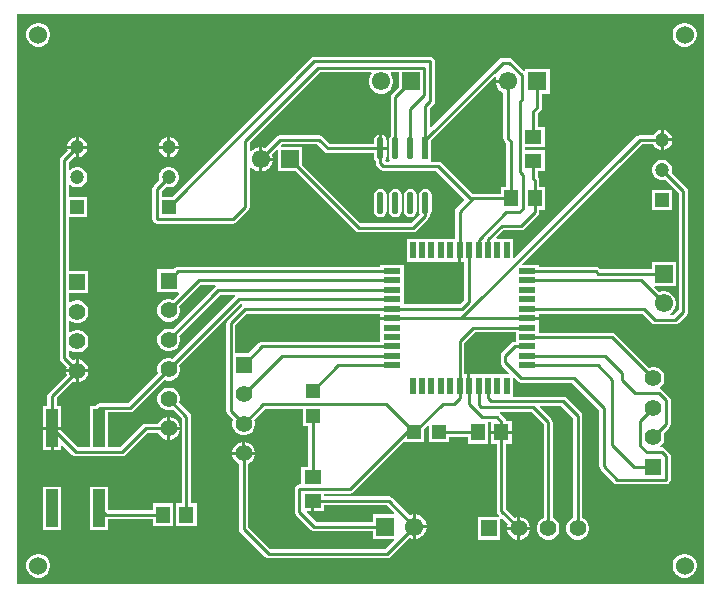
<source format=gtl>
G04*
G04 #@! TF.GenerationSoftware,Altium Limited,Altium Designer,23.1.1 (15)*
G04*
G04 Layer_Physical_Order=1*
G04 Layer_Color=255*
%FSLAX44Y44*%
%MOMM*%
G71*
G04*
G04 #@! TF.SameCoordinates,A958324D-6691-4423-B282-4C8B23E47DD7*
G04*
G04*
G04 #@! TF.FilePolarity,Positive*
G04*
G01*
G75*
%ADD14R,1.0000X3.2000*%
%ADD15R,1.2000X1.4500*%
%ADD16R,1.2000X1.2000*%
%ADD17R,1.2000X1.2000*%
%ADD18R,1.4732X0.5080*%
%ADD19R,0.5080X1.4732*%
%ADD20R,1.4500X1.2000*%
G04:AMPARAMS|DCode=21|XSize=1.8741mm|YSize=0.5434mm|CornerRadius=0.2717mm|HoleSize=0mm|Usage=FLASHONLY|Rotation=270.000|XOffset=0mm|YOffset=0mm|HoleType=Round|Shape=RoundedRectangle|*
%AMROUNDEDRECTD21*
21,1,1.8741,0.0000,0,0,270.0*
21,1,1.3307,0.5434,0,0,270.0*
1,1,0.5434,0.0000,-0.6653*
1,1,0.5434,0.0000,0.6653*
1,1,0.5434,0.0000,0.6653*
1,1,0.5434,0.0000,-0.6653*
%
%ADD21ROUNDEDRECTD21*%
%ADD22R,0.5434X1.8741*%
%ADD27C,1.4000*%
%ADD28R,1.4000X1.4000*%
%ADD29C,1.5500*%
%ADD30R,1.5500X1.5500*%
%ADD31R,1.4000X1.4000*%
%ADD32R,1.5500X1.5500*%
%ADD33C,1.2000*%
%ADD35C,0.2540*%
%ADD36C,1.5240*%
G36*
X1231900Y477520D02*
X650240D01*
Y960120D01*
X1231900D01*
Y477520D01*
D02*
G37*
%LPC*%
G36*
X1216728Y952500D02*
X1214052D01*
X1211468Y951808D01*
X1209152Y950470D01*
X1207260Y948578D01*
X1205922Y946262D01*
X1205230Y943678D01*
Y941002D01*
X1205922Y938418D01*
X1207260Y936102D01*
X1209152Y934210D01*
X1211468Y932872D01*
X1214052Y932180D01*
X1216728D01*
X1219312Y932872D01*
X1221628Y934210D01*
X1223520Y936102D01*
X1224858Y938418D01*
X1225550Y941002D01*
Y943678D01*
X1224858Y946262D01*
X1223520Y948578D01*
X1221628Y950470D01*
X1219312Y951808D01*
X1216728Y952500D01*
D02*
G37*
G36*
X669358D02*
X666682D01*
X664098Y951808D01*
X661782Y950470D01*
X659890Y948578D01*
X658552Y946262D01*
X657860Y943678D01*
Y941002D01*
X658552Y938418D01*
X659890Y936102D01*
X661782Y934210D01*
X664098Y932872D01*
X666682Y932180D01*
X669358D01*
X671942Y932872D01*
X674258Y934210D01*
X676150Y936102D01*
X677488Y938418D01*
X678180Y941002D01*
Y943678D01*
X677488Y946262D01*
X676150Y948578D01*
X674258Y950470D01*
X671942Y951808D01*
X669358Y952500D01*
D02*
G37*
G36*
X1197610Y861941D02*
Y854710D01*
X1204841D01*
X1204298Y856736D01*
X1203174Y858684D01*
X1201584Y860274D01*
X1199636Y861398D01*
X1197610Y861941D01*
D02*
G37*
G36*
X779780Y855591D02*
Y848360D01*
X787011D01*
X786468Y850386D01*
X785344Y852334D01*
X783754Y853924D01*
X781806Y855048D01*
X779780Y855591D01*
D02*
G37*
G36*
X702310D02*
Y848360D01*
X709541D01*
X708998Y850386D01*
X707874Y852334D01*
X706284Y853924D01*
X704336Y855048D01*
X702310Y855591D01*
D02*
G37*
G36*
X777240D02*
X775214Y855048D01*
X773266Y853924D01*
X771676Y852334D01*
X770552Y850386D01*
X770009Y848360D01*
X777240D01*
Y855591D01*
D02*
G37*
G36*
X699770D02*
X697744Y855048D01*
X695796Y853924D01*
X694206Y852334D01*
X693082Y850386D01*
X692539Y848360D01*
X699770D01*
Y855591D01*
D02*
G37*
G36*
X958850Y857881D02*
Y847391D01*
X962940D01*
Y852774D01*
X962532Y854825D01*
X961370Y856564D01*
X959631Y857726D01*
X958850Y857881D01*
D02*
G37*
G36*
X1204841Y852170D02*
X1197610D01*
Y844939D01*
X1199636Y845482D01*
X1201584Y846606D01*
X1203174Y848196D01*
X1204298Y850144D01*
X1204841Y852170D01*
D02*
G37*
G36*
X787011Y845820D02*
X779780D01*
Y838589D01*
X781806Y839132D01*
X783754Y840256D01*
X785344Y841846D01*
X786468Y843794D01*
X787011Y845820D01*
D02*
G37*
G36*
X709541D02*
X702310D01*
Y838589D01*
X704336Y839132D01*
X706284Y840256D01*
X707874Y841846D01*
X708998Y843794D01*
X709541Y845820D01*
D02*
G37*
G36*
X777240D02*
X770009D01*
X770552Y843794D01*
X771676Y841846D01*
X773266Y840256D01*
X775214Y839132D01*
X777240Y838589D01*
Y845820D01*
D02*
G37*
G36*
X699770D02*
X692539D01*
X692906Y844450D01*
X687371Y838915D01*
X686529Y837655D01*
X686233Y836168D01*
Y668782D01*
X686529Y667295D01*
X687371Y666035D01*
X692090Y661317D01*
X691504Y659130D01*
X699770D01*
Y667396D01*
X697583Y666810D01*
X694003Y670391D01*
Y674747D01*
X694608Y674997D01*
X695273Y675174D01*
X697358Y673970D01*
X699784Y673320D01*
X702296D01*
X704722Y673970D01*
X706898Y675226D01*
X708674Y677002D01*
X709930Y679178D01*
X710580Y681604D01*
Y684116D01*
X709930Y686543D01*
X708674Y688718D01*
X706898Y690494D01*
X704722Y691750D01*
X702296Y692400D01*
X699784D01*
X697358Y691750D01*
X695273Y690546D01*
X694608Y690723D01*
X694003Y690974D01*
Y699746D01*
X694608Y699997D01*
X695273Y700174D01*
X697358Y698970D01*
X699784Y698320D01*
X702296D01*
X704722Y698970D01*
X706898Y700226D01*
X708674Y702002D01*
X709930Y704178D01*
X710580Y706604D01*
Y709116D01*
X709930Y711542D01*
X708674Y713718D01*
X706898Y715494D01*
X704722Y716750D01*
X702296Y717400D01*
X699784D01*
X697358Y716750D01*
X695273Y715546D01*
X694608Y715723D01*
X694003Y715974D01*
Y723320D01*
X710580D01*
Y742400D01*
X694003D01*
Y787750D01*
X709580D01*
Y804830D01*
X694003D01*
Y814854D01*
X695273Y815380D01*
X695796Y814856D01*
X697744Y813732D01*
X699916Y813150D01*
X702164D01*
X704336Y813732D01*
X706284Y814856D01*
X707874Y816446D01*
X708998Y818394D01*
X709580Y820566D01*
Y822814D01*
X708998Y824986D01*
X707874Y826934D01*
X706284Y828524D01*
X704336Y829648D01*
X702164Y830230D01*
X699916D01*
X697744Y829648D01*
X695796Y828524D01*
X695273Y828000D01*
X694003Y828526D01*
Y834559D01*
X698400Y838956D01*
X699770Y838589D01*
Y845820D01*
D02*
G37*
G36*
X999761Y923619D02*
X901954D01*
X900467Y923323D01*
X899207Y922481D01*
X781556Y804830D01*
X772489D01*
Y810175D01*
X775870Y813556D01*
X777386Y813150D01*
X779634D01*
X781806Y813732D01*
X783754Y814856D01*
X785344Y816446D01*
X786468Y818394D01*
X787050Y820566D01*
Y822814D01*
X786468Y824986D01*
X785344Y826934D01*
X783754Y828524D01*
X781806Y829648D01*
X779634Y830230D01*
X777386D01*
X775214Y829648D01*
X773266Y828524D01*
X771676Y826934D01*
X770552Y824986D01*
X769970Y822814D01*
Y820566D01*
X770376Y819050D01*
X765857Y814531D01*
X765015Y813271D01*
X764719Y811784D01*
Y786384D01*
X765015Y784897D01*
X765857Y783637D01*
X767117Y782795D01*
X768604Y782499D01*
X833120D01*
X834607Y782795D01*
X835867Y783637D01*
X846027Y793797D01*
X846869Y795057D01*
X847165Y796544D01*
Y829914D01*
X848435Y830323D01*
X850062Y828696D01*
X852408Y827341D01*
X855025Y826640D01*
X855110D01*
Y836930D01*
Y847220D01*
X855025D01*
X852408Y846519D01*
X850062Y845164D01*
X848435Y843537D01*
X847165Y843946D01*
Y850874D01*
X906766Y910475D01*
X949879D01*
X950365Y909302D01*
X950181Y909118D01*
X948826Y906772D01*
X948125Y904155D01*
Y901445D01*
X948826Y898828D01*
X950181Y896482D01*
X952097Y894566D01*
X954443Y893211D01*
X957060Y892510D01*
X959770D01*
X962387Y893211D01*
X964733Y894566D01*
X966649Y896482D01*
X968004Y898828D01*
X968705Y901445D01*
Y904155D01*
X968004Y906772D01*
X966649Y909118D01*
X966465Y909302D01*
X966951Y910475D01*
X973125D01*
Y898003D01*
X967533Y892412D01*
X966691Y891152D01*
X966395Y889665D01*
Y856423D01*
X965328Y854825D01*
X964920Y852774D01*
Y839467D01*
X965328Y837416D01*
X966112Y836243D01*
X965433Y834973D01*
X962310D01*
X961748Y836243D01*
X962532Y837416D01*
X962940Y839467D01*
Y844851D01*
X957580D01*
Y846121D01*
X956310D01*
Y857881D01*
X955529Y857726D01*
X953790Y856564D01*
X952628Y854825D01*
X952220Y852774D01*
Y849959D01*
X914885D01*
X908657Y856187D01*
X907396Y857029D01*
X905910Y857325D01*
X872890D01*
X871403Y857029D01*
X870143Y856187D01*
X860430Y846474D01*
X860352Y846519D01*
X857735Y847220D01*
X857650D01*
Y838200D01*
X866670D01*
Y838285D01*
X865968Y840902D01*
X865923Y840980D01*
X869917Y844973D01*
X871090Y844487D01*
Y826640D01*
X886176D01*
X936545Y776271D01*
X937805Y775429D01*
X939292Y775133D01*
X985520D01*
X987007Y775429D01*
X988267Y776271D01*
X998427Y786431D01*
X999269Y787691D01*
X999565Y789178D01*
Y789498D01*
X1000632Y791095D01*
X1001040Y793146D01*
Y806453D01*
X1000632Y808504D01*
X999470Y810243D01*
X997731Y811405D01*
X995680Y811813D01*
X993629Y811405D01*
X991890Y810243D01*
X990728Y808504D01*
X990320Y806453D01*
Y793146D01*
X990728Y791095D01*
X991279Y790270D01*
X983911Y782903D01*
X940901D01*
X891670Y832134D01*
Y847220D01*
X873823D01*
X873337Y848393D01*
X874499Y849555D01*
X904301D01*
X910529Y843327D01*
X911789Y842485D01*
X913276Y842189D01*
X952220D01*
Y839467D01*
X952628Y837416D01*
X953695Y835819D01*
Y833628D01*
X953991Y832141D01*
X954833Y830881D01*
X957373Y828341D01*
X958633Y827499D01*
X960120Y827203D01*
X1005247D01*
X1029683Y802767D01*
X1022143Y795227D01*
X1021301Y793967D01*
X1021005Y792480D01*
Y769620D01*
X979932D01*
Y749808D01*
X1023620D01*
Y759714D01*
X1026160D01*
Y749808D01*
X1028879D01*
Y717889D01*
X1025059Y714069D01*
X977392D01*
Y721106D01*
Y729234D01*
Y737108D01*
Y747268D01*
X957580D01*
Y746073D01*
X786638D01*
X785151Y745777D01*
X783891Y744935D01*
X782556Y743600D01*
X768970D01*
Y724520D01*
X786680D01*
X787206Y723250D01*
X781967Y718010D01*
X779766Y718600D01*
X777254D01*
X774828Y717950D01*
X772652Y716694D01*
X770876Y714918D01*
X769620Y712742D01*
X768970Y710316D01*
Y707804D01*
X769620Y705378D01*
X770876Y703202D01*
X772652Y701426D01*
X774828Y700170D01*
X777254Y699520D01*
X779766D01*
X782192Y700170D01*
X784368Y701426D01*
X786144Y703202D01*
X787400Y705378D01*
X788050Y707804D01*
Y710316D01*
X787460Y712516D01*
X805373Y730429D01*
X817843D01*
X818228Y729159D01*
X817889Y728933D01*
X781967Y693010D01*
X779766Y693600D01*
X777254D01*
X774828Y692950D01*
X772652Y691694D01*
X770876Y689918D01*
X769620Y687742D01*
X768970Y685316D01*
Y682804D01*
X769620Y680378D01*
X770876Y678202D01*
X772652Y676426D01*
X774828Y675170D01*
X777254Y674520D01*
X779766D01*
X782192Y675170D01*
X784368Y676426D01*
X786144Y678202D01*
X787400Y680378D01*
X788050Y682804D01*
Y685316D01*
X787460Y687517D01*
X822245Y722301D01*
X834589D01*
X834984Y721150D01*
X834988Y721031D01*
X781967Y668010D01*
X779766Y668600D01*
X777254D01*
X774828Y667950D01*
X772652Y666694D01*
X770876Y664918D01*
X769620Y662742D01*
X768970Y660316D01*
Y657804D01*
X769560Y655603D01*
X744327Y630371D01*
X719770D01*
X718283Y630075D01*
X717023Y629233D01*
X716181Y627972D01*
X716157Y627850D01*
X712230D01*
Y593165D01*
X701409D01*
X687310Y607264D01*
Y608040D01*
X681040D01*
Y590770D01*
X687310D01*
Y594617D01*
X688483Y595103D01*
X697053Y586533D01*
X698313Y585691D01*
X699800Y585395D01*
X739140D01*
X740627Y585691D01*
X741887Y586533D01*
X760529Y605175D01*
X769737D01*
X770876Y603202D01*
X772652Y601426D01*
X774828Y600170D01*
X777240Y599524D01*
Y609060D01*
Y618596D01*
X774828Y617950D01*
X772652Y616694D01*
X770876Y614918D01*
X769737Y612945D01*
X758920D01*
X757433Y612649D01*
X756173Y611807D01*
X737531Y593165D01*
X727310D01*
Y622601D01*
X745936D01*
X747423Y622897D01*
X748683Y623739D01*
X775053Y650110D01*
X777254Y649520D01*
X779766D01*
X782192Y650170D01*
X784368Y651426D01*
X786144Y653202D01*
X787400Y655378D01*
X788050Y657804D01*
Y660316D01*
X787460Y662516D01*
X839301Y714357D01*
X840305Y714241D01*
X840679Y713028D01*
X840533Y712931D01*
X828341Y700739D01*
X827499Y699479D01*
X827203Y697992D01*
Y623932D01*
X827499Y622446D01*
X828341Y621185D01*
X833060Y616467D01*
X832470Y614266D01*
Y611754D01*
X833120Y609328D01*
X834376Y607152D01*
X836152Y605376D01*
X838328Y604120D01*
X840754Y603470D01*
X843266D01*
X845692Y604120D01*
X847868Y605376D01*
X849644Y607152D01*
X850900Y609328D01*
X851550Y611754D01*
Y614266D01*
X850960Y616467D01*
X860275Y625781D01*
X891890D01*
Y611220D01*
X896545D01*
Y576230D01*
X890640D01*
Y561669D01*
X889254D01*
X887767Y561373D01*
X886507Y560531D01*
X885665Y559271D01*
X885369Y557784D01*
Y538480D01*
X885665Y536993D01*
X886507Y535733D01*
X899037Y523203D01*
X900297Y522361D01*
X901784Y522066D01*
X951300D01*
Y515660D01*
X969147D01*
X969633Y514487D01*
X961951Y506805D01*
X864701D01*
X845895Y525611D01*
Y579237D01*
X847868Y580376D01*
X849644Y582152D01*
X850900Y584328D01*
X851546Y586740D01*
X842010D01*
X832474D01*
X833120Y584328D01*
X834376Y582152D01*
X836152Y580376D01*
X838125Y579237D01*
Y524002D01*
X838421Y522515D01*
X839263Y521255D01*
X860345Y500173D01*
X861605Y499331D01*
X863092Y499035D01*
X963560D01*
X965046Y499331D01*
X966307Y500173D01*
X982540Y516407D01*
X982618Y516361D01*
X985235Y515660D01*
X985320D01*
Y525950D01*
Y536240D01*
X985235D01*
X982618Y535539D01*
X982540Y535494D01*
X967597Y550437D01*
X966337Y551279D01*
X964850Y551575D01*
X910220D01*
Y553899D01*
X931926D01*
X933413Y554195D01*
X934673Y555037D01*
X977186Y597550D01*
X977910Y597250D01*
Y597250D01*
X994990D01*
Y608836D01*
X997737Y611583D01*
X998910Y611097D01*
Y597250D01*
X1015990D01*
Y601905D01*
X1031750D01*
Y596000D01*
X1048830D01*
Y614605D01*
X1051750D01*
Y607060D01*
X1060290D01*
X1068830D01*
Y615580D01*
X1064027D01*
X1063879Y616327D01*
X1063037Y617587D01*
X1059387Y621237D01*
X1058668Y621717D01*
X1059053Y622987D01*
X1085511D01*
X1095935Y612563D01*
Y533283D01*
X1093962Y532144D01*
X1092186Y530368D01*
X1090930Y528192D01*
X1090280Y525766D01*
Y523254D01*
X1090930Y520828D01*
X1092186Y518652D01*
X1093962Y516876D01*
X1096138Y515620D01*
X1098564Y514970D01*
X1101076D01*
X1103502Y515620D01*
X1105678Y516876D01*
X1107454Y518652D01*
X1108710Y520828D01*
X1109360Y523254D01*
Y525766D01*
X1108710Y528192D01*
X1107454Y530368D01*
X1105678Y532144D01*
X1103705Y533283D01*
Y614172D01*
X1103409Y615659D01*
X1102567Y616919D01*
X1092592Y626894D01*
X1093078Y628067D01*
X1111019D01*
X1120936Y618151D01*
Y533283D01*
X1118962Y532144D01*
X1117186Y530368D01*
X1115930Y528192D01*
X1115280Y525766D01*
Y523254D01*
X1115930Y520828D01*
X1117186Y518652D01*
X1118962Y516876D01*
X1121138Y515620D01*
X1123564Y514970D01*
X1126076D01*
X1128503Y515620D01*
X1130678Y516876D01*
X1132454Y518652D01*
X1133710Y520828D01*
X1134360Y523254D01*
Y525766D01*
X1133710Y528192D01*
X1132454Y530368D01*
X1130678Y532144D01*
X1128705Y533283D01*
Y619760D01*
X1128409Y621247D01*
X1127567Y622507D01*
X1115375Y634699D01*
X1114115Y635541D01*
X1112628Y635837D01*
X1069848D01*
Y651469D01*
X1071021Y651955D01*
X1073959Y649017D01*
X1075219Y648175D01*
X1076706Y647879D01*
X1120309D01*
X1143179Y625009D01*
Y576834D01*
X1143475Y575347D01*
X1144317Y574087D01*
X1155493Y562911D01*
X1156753Y562069D01*
X1158240Y561773D01*
X1199642D01*
X1201129Y562069D01*
X1202389Y562911D01*
X1203231Y564171D01*
X1203527Y565658D01*
Y585724D01*
X1203231Y587211D01*
X1202389Y588471D01*
X1199087Y591773D01*
X1197827Y592615D01*
X1196340Y592911D01*
X1195313D01*
X1194882Y594181D01*
X1196354Y595652D01*
X1197610Y597828D01*
X1198260Y600254D01*
Y602766D01*
X1197670Y604967D01*
X1202389Y609685D01*
X1203231Y610946D01*
X1203527Y612432D01*
Y633222D01*
X1203231Y634709D01*
X1202389Y635969D01*
X1196547Y641811D01*
X1195287Y642653D01*
X1195073Y642695D01*
X1194832Y643271D01*
X1194755Y644054D01*
X1196354Y645652D01*
X1197610Y647828D01*
X1198260Y650254D01*
Y652766D01*
X1197610Y655192D01*
X1196354Y657368D01*
X1194578Y659144D01*
X1192402Y660400D01*
X1189976Y661050D01*
X1187464D01*
X1185263Y660460D01*
X1156669Y689055D01*
X1155409Y689897D01*
X1153922Y690193D01*
X1092200D01*
Y697230D01*
Y701040D01*
X1082294D01*
Y703580D01*
X1092200D01*
Y706299D01*
X1179491D01*
X1187497Y698293D01*
X1188757Y697451D01*
X1190244Y697155D01*
X1207516D01*
X1209003Y697451D01*
X1210263Y698293D01*
X1217121Y705151D01*
X1217963Y706411D01*
X1218259Y707898D01*
Y810006D01*
X1217963Y811493D01*
X1217121Y812753D01*
X1204474Y825400D01*
X1204880Y826916D01*
Y829164D01*
X1204298Y831336D01*
X1203174Y833284D01*
X1201584Y834874D01*
X1199636Y835998D01*
X1197464Y836580D01*
X1195216D01*
X1193044Y835998D01*
X1191096Y834874D01*
X1189506Y833284D01*
X1188382Y831336D01*
X1187800Y829164D01*
Y826916D01*
X1188382Y824744D01*
X1189506Y822796D01*
X1191096Y821206D01*
X1193044Y820082D01*
X1195216Y819500D01*
X1197464D01*
X1198980Y819906D01*
X1210489Y808397D01*
Y709507D01*
X1205907Y704925D01*
X1203262D01*
X1202921Y706195D01*
X1203928Y706776D01*
X1205844Y708692D01*
X1207199Y711038D01*
X1207900Y713655D01*
Y716365D01*
X1207199Y718982D01*
X1205844Y721328D01*
X1203928Y723244D01*
X1201582Y724599D01*
X1198965Y725300D01*
X1196255D01*
X1193638Y724599D01*
X1193560Y724554D01*
X1189567Y728547D01*
X1190053Y729720D01*
X1207900D01*
Y750300D01*
X1187320D01*
Y743895D01*
X1143739D01*
X1142699Y744935D01*
X1141439Y745777D01*
X1139952Y746073D01*
X1092200D01*
Y747268D01*
X1078271D01*
X1077785Y748441D01*
X1178899Y849555D01*
X1188722D01*
X1189506Y848196D01*
X1191096Y846606D01*
X1193044Y845482D01*
X1195070Y844939D01*
Y853440D01*
Y861941D01*
X1193044Y861398D01*
X1191096Y860274D01*
X1189506Y858684D01*
X1188722Y857325D01*
X1177290D01*
X1175803Y857029D01*
X1174543Y856187D01*
X1071021Y752665D01*
X1069848Y753151D01*
Y769620D01*
X1056427D01*
X1055941Y770793D01*
X1062059Y776911D01*
X1076960D01*
X1078447Y777207D01*
X1079707Y778049D01*
X1091137Y789479D01*
X1091979Y790739D01*
X1092275Y792226D01*
Y794120D01*
X1096930D01*
Y813700D01*
X1092275D01*
Y819150D01*
X1091979Y820637D01*
X1091137Y821897D01*
X1091005Y822029D01*
Y827280D01*
X1096910D01*
Y844360D01*
X1079829D01*
Y847280D01*
X1096910D01*
Y864360D01*
X1091005D01*
Y875707D01*
X1093477Y878179D01*
X1094319Y879439D01*
X1094614Y880926D01*
Y892510D01*
X1101020D01*
Y913090D01*
X1080440D01*
Y912368D01*
X1079170Y911842D01*
X1069547Y921465D01*
X1068287Y922307D01*
X1066800Y922603D01*
X1061212D01*
X1059725Y922307D01*
X1058465Y921465D01*
X1000738Y863738D01*
X999565Y864224D01*
Y880176D01*
X1002802Y883413D01*
X1003644Y884673D01*
X1003940Y886160D01*
Y919440D01*
X1003644Y920927D01*
X1002802Y922187D01*
X1002508Y922481D01*
X1001247Y923323D01*
X999761Y923619D01*
D02*
G37*
G36*
X866670Y835660D02*
X857650D01*
Y826640D01*
X857735D01*
X860352Y827341D01*
X862698Y828696D01*
X864614Y830612D01*
X865968Y832958D01*
X866670Y835575D01*
Y835660D01*
D02*
G37*
G36*
X1204880Y811180D02*
X1187800D01*
Y794100D01*
X1204880D01*
Y811180D01*
D02*
G37*
G36*
X982980Y811813D02*
X980929Y811405D01*
X979190Y810243D01*
X978028Y808504D01*
X977620Y806453D01*
Y793146D01*
X978028Y791095D01*
X979190Y789356D01*
X980929Y788194D01*
X982980Y787786D01*
X985031Y788194D01*
X986770Y789356D01*
X987932Y791095D01*
X988340Y793146D01*
Y806453D01*
X987932Y808504D01*
X986770Y810243D01*
X985031Y811405D01*
X982980Y811813D01*
D02*
G37*
G36*
X970280D02*
X968229Y811405D01*
X966490Y810243D01*
X965328Y808504D01*
X964920Y806453D01*
Y793146D01*
X965328Y791095D01*
X966490Y789356D01*
X968229Y788194D01*
X970280Y787786D01*
X972331Y788194D01*
X974070Y789356D01*
X975232Y791095D01*
X975640Y793146D01*
Y806453D01*
X975232Y808504D01*
X974070Y810243D01*
X972331Y811405D01*
X970280Y811813D01*
D02*
G37*
G36*
X957580D02*
X955529Y811405D01*
X953790Y810243D01*
X952628Y808504D01*
X952220Y806453D01*
Y793146D01*
X952628Y791095D01*
X953790Y789356D01*
X955529Y788194D01*
X957580Y787786D01*
X959631Y788194D01*
X961370Y789356D01*
X962532Y791095D01*
X962940Y793146D01*
Y806453D01*
X962532Y808504D01*
X961370Y810243D01*
X959631Y811405D01*
X957580Y811813D01*
D02*
G37*
G36*
X702310Y667396D02*
Y659130D01*
X710576D01*
X709930Y661542D01*
X708674Y663718D01*
X706898Y665494D01*
X704722Y666750D01*
X702310Y667396D01*
D02*
G37*
G36*
X710576Y656590D02*
X702310D01*
Y648324D01*
X704722Y648970D01*
X706898Y650226D01*
X708674Y652002D01*
X709930Y654178D01*
X710576Y656590D01*
D02*
G37*
G36*
X699770D02*
X691504D01*
X692090Y654403D01*
X677023Y639337D01*
X676181Y638077D01*
X675885Y636590D01*
Y627850D01*
X672230D01*
Y610580D01*
X679770D01*
X687310D01*
Y627850D01*
X683655D01*
Y634981D01*
X697583Y648910D01*
X699770Y648324D01*
Y656590D01*
D02*
G37*
G36*
X779780Y618596D02*
Y610330D01*
X788046D01*
X787400Y612742D01*
X786144Y614918D01*
X784368Y616694D01*
X782192Y617950D01*
X779780Y618596D01*
D02*
G37*
G36*
X788046Y607790D02*
X779780D01*
Y599524D01*
X782192Y600170D01*
X784368Y601426D01*
X786144Y603202D01*
X787400Y605378D01*
X788046Y607790D01*
D02*
G37*
G36*
X678500Y608040D02*
X672230D01*
Y590770D01*
X678500D01*
Y608040D01*
D02*
G37*
G36*
X843280Y597546D02*
Y589280D01*
X851546D01*
X850900Y591692D01*
X849644Y593868D01*
X847868Y595644D01*
X845692Y596900D01*
X843280Y597546D01*
D02*
G37*
G36*
X840740D02*
X838328Y596900D01*
X836152Y595644D01*
X834376Y593868D01*
X833120Y591692D01*
X832474Y589280D01*
X840740D01*
Y597546D01*
D02*
G37*
G36*
X987945Y536240D02*
X987860D01*
Y527220D01*
X996880D01*
Y527305D01*
X996179Y529922D01*
X994824Y532268D01*
X992908Y534184D01*
X990562Y535539D01*
X987945Y536240D01*
D02*
G37*
G36*
X779766Y643600D02*
X777254D01*
X774828Y642950D01*
X772652Y641694D01*
X770876Y639918D01*
X769620Y637743D01*
X768970Y635316D01*
Y632804D01*
X769620Y630378D01*
X770876Y628203D01*
X772652Y626426D01*
X774828Y625170D01*
X777254Y624520D01*
X779766D01*
X781967Y625110D01*
X789705Y617371D01*
Y545730D01*
X785050D01*
Y526150D01*
X802130D01*
Y545730D01*
X797475D01*
Y618980D01*
X797179Y620467D01*
X796337Y621727D01*
X787460Y630604D01*
X788050Y632804D01*
Y635316D01*
X787400Y637743D01*
X786144Y639918D01*
X784368Y641694D01*
X782192Y642950D01*
X779766Y643600D01*
D02*
G37*
G36*
X727310Y559850D02*
X712230D01*
Y522770D01*
X727310D01*
Y532055D01*
X765050D01*
Y526150D01*
X782130D01*
Y545730D01*
X765050D01*
Y539825D01*
X727310D01*
Y559850D01*
D02*
G37*
G36*
X1076090Y534046D02*
Y525780D01*
X1084356D01*
X1083710Y528192D01*
X1082454Y530368D01*
X1080677Y532144D01*
X1078502Y533400D01*
X1076090Y534046D01*
D02*
G37*
G36*
X1068830Y604520D02*
X1060290D01*
X1051750D01*
Y596000D01*
X1056405D01*
Y539040D01*
X1056701Y537553D01*
X1057543Y536293D01*
X1058516Y535320D01*
X1057990Y534050D01*
X1040280D01*
Y514970D01*
X1059360D01*
Y532680D01*
X1060630Y533206D01*
X1065870Y527967D01*
X1065284Y525780D01*
X1073550D01*
Y534046D01*
X1071363Y533460D01*
X1064175Y540649D01*
Y596000D01*
X1068830D01*
Y604520D01*
D02*
G37*
G36*
X687310Y559850D02*
X672230D01*
Y522770D01*
X687310D01*
Y559850D01*
D02*
G37*
G36*
X996880Y524680D02*
X987860D01*
Y515660D01*
X987945D01*
X990562Y516361D01*
X992908Y517716D01*
X994824Y519632D01*
X996179Y521978D01*
X996880Y524595D01*
Y524680D01*
D02*
G37*
G36*
X1084356Y523240D02*
X1076090D01*
Y514974D01*
X1078502Y515620D01*
X1080677Y516876D01*
X1082454Y518652D01*
X1083710Y520828D01*
X1084356Y523240D01*
D02*
G37*
G36*
X1073550D02*
X1065284D01*
X1065930Y520828D01*
X1067186Y518652D01*
X1068962Y516876D01*
X1071137Y515620D01*
X1073550Y514974D01*
Y523240D01*
D02*
G37*
G36*
X1216728Y502920D02*
X1214052D01*
X1211468Y502228D01*
X1209152Y500890D01*
X1207260Y498998D01*
X1205922Y496682D01*
X1205230Y494098D01*
Y491422D01*
X1205922Y488838D01*
X1207260Y486522D01*
X1209152Y484630D01*
X1211468Y483292D01*
X1214052Y482600D01*
X1216728D01*
X1219312Y483292D01*
X1221628Y484630D01*
X1223520Y486522D01*
X1224858Y488838D01*
X1225550Y491422D01*
Y494098D01*
X1224858Y496682D01*
X1223520Y498998D01*
X1221628Y500890D01*
X1219312Y502228D01*
X1216728Y502920D01*
D02*
G37*
G36*
X669358D02*
X666682D01*
X664098Y502228D01*
X661782Y500890D01*
X659890Y498998D01*
X658552Y496682D01*
X657860Y494098D01*
Y491422D01*
X658552Y488838D01*
X659890Y486522D01*
X661782Y484630D01*
X664098Y483292D01*
X666682Y482600D01*
X669358D01*
X671942Y483292D01*
X674258Y484630D01*
X676150Y486522D01*
X677488Y488838D01*
X678180Y491422D01*
Y494098D01*
X677488Y496682D01*
X676150Y498998D01*
X674258Y500890D01*
X671942Y502228D01*
X669358Y502920D01*
D02*
G37*
%LPD*%
G36*
X1055990Y906206D02*
X1055440Y904155D01*
Y904070D01*
X1065730D01*
Y901530D01*
X1055440D01*
Y901445D01*
X1056141Y898828D01*
X1057496Y896482D01*
X1059412Y894566D01*
X1061758Y893211D01*
X1061845Y893188D01*
Y854576D01*
X1062141Y853089D01*
X1062983Y851829D01*
X1064505Y850307D01*
Y813700D01*
X1059850D01*
Y807795D01*
X1035643D01*
X1009603Y833835D01*
X1008343Y834677D01*
X1006856Y834973D01*
X1000937D01*
Y852949D01*
X1054851Y906863D01*
X1055990Y906206D01*
D02*
G37*
G36*
X957580Y705104D02*
Y703580D01*
X967486D01*
Y701040D01*
X957580D01*
Y697230D01*
Y689356D01*
Y682319D01*
X857434D01*
X855947Y682023D01*
X854687Y681181D01*
X846056Y672550D01*
X834973D01*
Y696383D01*
X844889Y706299D01*
X957580D01*
Y705104D01*
D02*
G37*
G36*
X1072388Y682319D02*
X1071372D01*
X1069885Y682023D01*
X1068625Y681181D01*
X1060751Y673307D01*
X1059909Y672047D01*
X1059613Y670560D01*
Y664972D01*
X1059909Y663485D01*
X1060751Y662225D01*
X1066991Y655985D01*
X1066505Y654812D01*
X1034034D01*
Y644906D01*
X1031494D01*
Y654812D01*
X1028775D01*
Y681397D01*
X1037929Y690551D01*
X1072388D01*
Y682319D01*
D02*
G37*
G36*
X901700Y539150D02*
X910220D01*
Y543805D01*
X963241D01*
X969633Y537413D01*
X969147Y536240D01*
X951300D01*
Y529835D01*
X903393D01*
X895251Y537977D01*
X895737Y539150D01*
X899160D01*
Y547690D01*
X901700D01*
Y539150D01*
D02*
G37*
D14*
X679770Y609310D02*
D03*
Y541310D02*
D03*
X719770Y609310D02*
D03*
Y541310D02*
D03*
D15*
X793590Y535940D02*
D03*
X773590D02*
D03*
X1060290Y605790D02*
D03*
X1040290D02*
D03*
X1088390Y803910D02*
D03*
X1068390D02*
D03*
D16*
X900430Y640760D02*
D03*
Y619760D02*
D03*
X1196340Y802640D02*
D03*
X778510Y796290D02*
D03*
X701040D02*
D03*
D17*
X986450Y605790D02*
D03*
X1007450D02*
D03*
D18*
X967486Y742188D02*
D03*
Y734314D02*
D03*
Y726186D02*
D03*
Y718312D02*
D03*
Y710184D02*
D03*
Y702310D02*
D03*
Y694436D02*
D03*
Y686308D02*
D03*
Y678434D02*
D03*
Y670306D02*
D03*
Y662432D02*
D03*
X1082294D02*
D03*
Y670306D02*
D03*
Y678434D02*
D03*
Y686308D02*
D03*
Y694436D02*
D03*
Y702310D02*
D03*
Y710184D02*
D03*
Y718312D02*
D03*
Y726186D02*
D03*
Y734314D02*
D03*
Y742188D02*
D03*
D19*
X985012Y644906D02*
D03*
X992886D02*
D03*
X1001014D02*
D03*
X1008888D02*
D03*
X1017016D02*
D03*
X1024890D02*
D03*
X1032764D02*
D03*
X1040892D02*
D03*
X1048766D02*
D03*
X1056894D02*
D03*
X1064768D02*
D03*
Y759714D02*
D03*
X1056894D02*
D03*
X1048766D02*
D03*
X1040892D02*
D03*
X1032764D02*
D03*
X1024890D02*
D03*
X1017016D02*
D03*
X1008888D02*
D03*
X1001014D02*
D03*
X992886D02*
D03*
X985012D02*
D03*
D20*
X1087120Y855820D02*
D03*
Y835820D02*
D03*
X900430Y547690D02*
D03*
Y567690D02*
D03*
D21*
X995680Y799799D02*
D03*
X982980D02*
D03*
X970280D02*
D03*
X957580D02*
D03*
Y846121D02*
D03*
X970280D02*
D03*
X982980D02*
D03*
D22*
X995680D02*
D03*
D27*
X701040Y657860D02*
D03*
Y682860D02*
D03*
Y707860D02*
D03*
X842010Y588010D02*
D03*
Y613010D02*
D03*
Y638010D02*
D03*
X1124820Y524510D02*
D03*
X1099820D02*
D03*
X1074820D02*
D03*
X1188720Y651510D02*
D03*
Y626510D02*
D03*
Y601510D02*
D03*
X778510Y609060D02*
D03*
Y634060D02*
D03*
Y659060D02*
D03*
Y684060D02*
D03*
Y709060D02*
D03*
D28*
X701040Y732860D02*
D03*
X842010Y663010D02*
D03*
X1188720Y576510D02*
D03*
X778510Y734060D02*
D03*
D29*
X986590Y525950D02*
D03*
X1197610Y715010D02*
D03*
X1065730Y902800D02*
D03*
X958415D02*
D03*
X856380Y836930D02*
D03*
D30*
X961590Y525950D02*
D03*
X1090730Y902800D02*
D03*
X983415D02*
D03*
X881380Y836930D02*
D03*
D31*
X1049820Y524510D02*
D03*
D32*
X1197610Y740010D02*
D03*
D33*
X1196340Y853440D02*
D03*
Y828040D02*
D03*
X778510Y847090D02*
D03*
Y821690D02*
D03*
X701040Y847090D02*
D03*
Y821690D02*
D03*
D35*
X995680Y853186D02*
Y881785D01*
X1026160Y702310D02*
X1082294D01*
X1024890D02*
X1026160D01*
X1034034Y803910D02*
X1036320D01*
X913276Y846074D02*
X957580D01*
Y833628D02*
Y846074D01*
X719770Y626486D02*
X745936D01*
X793590Y535940D02*
Y618980D01*
X778510Y634060D02*
X793590Y618980D01*
X842010Y613010D02*
X858666Y629666D01*
X962574D01*
X986450Y605790D01*
X1010580Y629920D01*
X1019810D01*
X1024890Y635000D01*
Y644906D01*
X979932Y605790D02*
X986450D01*
X931926Y557784D02*
X979932Y605790D01*
X889254Y557784D02*
X931926D01*
X889254Y538480D02*
Y557784D01*
Y538480D02*
X901784Y525950D01*
X961590D01*
X1026160Y702310D02*
X1177290Y853440D01*
X1196340D01*
X1060290Y539040D02*
Y605790D01*
Y539040D02*
X1074820Y524510D01*
X758920Y609060D02*
X778510D01*
X739140Y589280D02*
X758920Y609060D01*
X699800Y589280D02*
X739140D01*
X679770Y609310D02*
X699800Y589280D01*
X679770Y609310D02*
Y636590D01*
X701040Y657860D01*
X725140Y535940D02*
X773590D01*
X719770Y541310D02*
X725140Y535940D01*
X982980Y846121D02*
Y879245D01*
X994975Y891240D01*
Y914360D01*
X905157D02*
X994975D01*
X843280Y852483D02*
X905157Y914360D01*
X843280Y796544D02*
Y852483D01*
X833120Y786384D02*
X843280Y796544D01*
X768604Y786384D02*
X833120D01*
X768604D02*
Y811784D01*
X778510Y821690D01*
X1071372Y678434D02*
X1082294D01*
X1063498Y670560D02*
X1071372Y678434D01*
X1063498Y664972D02*
Y670560D01*
Y664972D02*
X1076706Y651764D01*
X1121918D01*
X1147064Y626618D01*
Y576834D02*
Y626618D01*
Y576834D02*
X1158240Y565658D01*
X1199642D01*
Y585724D01*
X1196340Y589026D02*
X1199642Y585724D01*
X1183132Y589026D02*
X1196340D01*
X1177798Y594360D02*
X1183132Y589026D01*
X1177798Y594360D02*
Y615588D01*
X1188720Y626510D01*
X745936Y626486D02*
X778510Y659060D01*
X719770Y609310D02*
Y626486D01*
X995680Y881785D02*
X1000055Y886160D01*
Y919440D01*
X999761Y919734D02*
X1000055Y919440D01*
X901954Y919734D02*
X999761D01*
X778510Y796290D02*
X901954Y919734D01*
X970280Y846121D02*
Y889665D01*
X983415Y902800D01*
X842010Y524002D02*
Y588010D01*
Y524002D02*
X863092Y502920D01*
X963560D01*
X986590Y525950D01*
X1142130Y740010D02*
X1197610D01*
X1139952Y742188D02*
X1142130Y740010D01*
X1082294Y742188D02*
X1139952D01*
X967486Y710184D02*
X1026668D01*
X1032764Y716280D01*
Y759714D01*
X1040892D02*
Y768858D01*
X1064260Y792226D01*
X1075436D01*
X1078230Y795020D01*
Y823722D01*
X1075944Y826008D02*
X1078230Y823722D01*
X1075944Y826008D02*
Y885952D01*
X1077468Y887476D01*
Y908050D01*
X1066800Y918718D02*
X1077468Y908050D01*
X1061212Y918718D02*
X1066800D01*
X995680Y853186D02*
X1061212Y918718D01*
X995680Y846121D02*
Y853186D01*
X1088390Y792226D02*
Y803910D01*
X1076960Y780796D02*
X1088390Y792226D01*
X1060450Y780796D02*
X1076960D01*
X1048766Y769112D02*
X1060450Y780796D01*
X1048766Y759714D02*
Y769112D01*
X820636Y726186D02*
X967486D01*
X778510Y684060D02*
X820636Y726186D01*
X837762Y718312D02*
X967486D01*
X778510Y659060D02*
X837762Y718312D01*
X1188720Y601510D02*
X1199642Y612432D01*
Y633222D01*
X1193800Y639064D02*
X1199642Y633222D01*
X1173734Y639064D02*
X1193800D01*
X1162558Y650240D02*
X1173734Y639064D01*
X1162558Y650240D02*
Y655828D01*
X1148080Y670306D02*
X1162558Y655828D01*
X1082294Y670306D02*
X1148080D01*
X1082294Y686308D02*
X1153922D01*
X1188720Y651510D01*
X1082294Y734314D02*
X1178306D01*
X1197610Y715010D01*
X1082294Y710184D02*
X1181100D01*
X1190244Y701040D01*
X1207516D01*
X1214374Y707898D01*
Y810006D01*
X1196340Y828040D02*
X1214374Y810006D01*
X803764Y734314D02*
X967486D01*
X778510Y709060D02*
X803764Y734314D01*
X690118Y836168D02*
X701040Y847090D01*
X690118Y668782D02*
Y836168D01*
Y668782D02*
X701040Y657860D01*
X1024890Y759714D02*
Y792480D01*
X1036320Y803910D01*
X1068390D01*
X1024890Y644906D02*
Y683006D01*
X1036320Y694436D01*
X1082294D01*
X831088Y623932D02*
X842010Y613010D01*
X831088Y623932D02*
Y697992D01*
X843280Y710184D01*
X967486D01*
X786638Y742188D02*
X967486D01*
X778510Y734060D02*
X786638Y742188D01*
X1124820Y524510D02*
Y619760D01*
X1112628Y631952D02*
X1124820Y619760D01*
X1051560Y631952D02*
X1112628D01*
X1048766Y634746D02*
X1051560Y631952D01*
X1048766Y634746D02*
Y644906D01*
X1099820Y524510D02*
Y614172D01*
X1087120Y626872D02*
X1099820Y614172D01*
X1043178Y626872D02*
X1087120D01*
X1040892Y629158D02*
X1043178Y626872D01*
X1040892Y629158D02*
Y644906D01*
X1082294Y662432D02*
X1141984D01*
X1154176Y650240D01*
Y595122D02*
Y650240D01*
Y595122D02*
X1172788Y576510D01*
X1188720D01*
X1060290Y605790D02*
Y614840D01*
X1056640Y618490D02*
X1060290Y614840D01*
X1044194Y618490D02*
X1056640D01*
X1032764Y629920D02*
X1044194Y618490D01*
X1032764Y629920D02*
Y644906D01*
X957580Y833628D02*
X960120Y831088D01*
X1006856D01*
X1034034Y803910D01*
X995680Y789178D02*
Y799799D01*
X985520Y779018D02*
X995680Y789178D01*
X939292Y779018D02*
X985520D01*
X881380Y836930D02*
X939292Y779018D01*
X922102Y662432D02*
X967486D01*
X900430Y640760D02*
X922102Y662432D01*
X874306Y670306D02*
X967486D01*
X842010Y638010D02*
X874306Y670306D01*
X900430Y547690D02*
X964850D01*
X986590Y525950D01*
X857434Y678434D02*
X967486D01*
X842010Y663010D02*
X857434Y678434D01*
X957580Y846074D02*
Y846121D01*
X905910Y853440D02*
X913276Y846074D01*
X872890Y853440D02*
X905910D01*
X856380Y836930D02*
X872890Y853440D01*
X1090730Y880926D02*
Y902800D01*
X1087120Y877316D02*
X1090730Y880926D01*
X1087120Y855820D02*
Y877316D01*
X1065730Y854576D02*
Y902800D01*
Y854576D02*
X1068390Y851916D01*
Y803910D02*
Y851916D01*
X967486Y702310D02*
X1024890D01*
X900430Y567690D02*
Y619760D01*
X1007450Y605790D02*
X1040290D01*
X1087120Y820420D02*
Y835820D01*
Y820420D02*
X1088390Y819150D01*
Y803910D02*
Y819150D01*
D36*
X668020Y942340D02*
D03*
Y492760D02*
D03*
X1215390Y942340D02*
D03*
Y492760D02*
D03*
M02*

</source>
